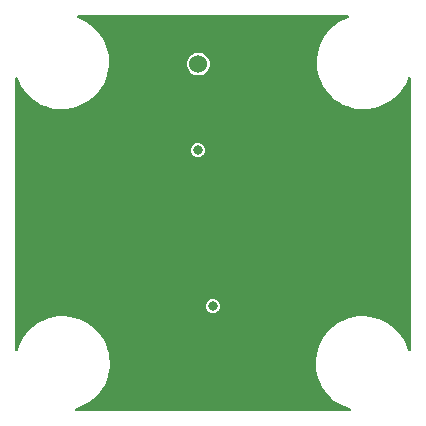
<source format=gbr>
%TF.GenerationSoftware,KiCad,Pcbnew,7.0.7*%
%TF.CreationDate,2023-11-07T19:32:12-06:00*%
%TF.ProjectId,TIAs,54494173-2e6b-4696-9361-645f70636258,rev?*%
%TF.SameCoordinates,Original*%
%TF.FileFunction,Copper,L2,Bot*%
%TF.FilePolarity,Positive*%
%FSLAX46Y46*%
G04 Gerber Fmt 4.6, Leading zero omitted, Abs format (unit mm)*
G04 Created by KiCad (PCBNEW 7.0.7) date 2023-11-07 19:32:12*
%MOMM*%
%LPD*%
G01*
G04 APERTURE LIST*
%TA.AperFunction,ComponentPad*%
%ADD10C,1.524000*%
%TD*%
%TA.AperFunction,SMDPad,CuDef*%
%ADD11R,5.080000X2.413000*%
%TD*%
%TA.AperFunction,ComponentPad*%
%ADD12C,0.800000*%
%TD*%
%TA.AperFunction,ViaPad*%
%ADD13C,0.800000*%
%TD*%
G04 APERTURE END LIST*
D10*
%TO.P,Conn1,1*%
%TO.N,+3V3*%
X89573100Y-66624200D03*
%TO.P,Conn1,2*%
%TO.N,GND*%
X92113100Y-66624200D03*
%TD*%
D11*
%TO.P,Conn3,2,Sleve*%
%TO.N,GND*%
X104749600Y-84988400D03*
X104749600Y-73812400D03*
%TD*%
%TO.P,Conn2,2,Sleve*%
%TO.N,GND*%
X76758800Y-73761600D03*
X76758800Y-84937600D03*
%TD*%
D12*
%TO.P,D2,1,K*%
%TO.N,Net-(D2-K)*%
X89535000Y-73914000D03*
%TO.P,D2,2,A*%
%TO.N,GND*%
X92075000Y-73914000D03*
%TD*%
%TO.P,D1,1,K*%
%TO.N,Net-(D1-K)*%
X90805000Y-87132000D03*
%TO.P,D1,2,C*%
%TO.N,GND*%
X93355000Y-84582000D03*
%TO.P,D1,3,A*%
X90805000Y-82032000D03*
%TD*%
D13*
%TO.N,GND*%
X99517200Y-86614000D03*
X82143600Y-86258400D03*
%TD*%
%TA.AperFunction,Conductor*%
%TO.N,GND*%
G36*
X102270825Y-62504185D02*
G01*
X102316580Y-62556989D01*
X102326524Y-62626147D01*
X102297499Y-62689703D01*
X102246196Y-62725022D01*
X102041969Y-62799354D01*
X101684611Y-62971449D01*
X101346173Y-63178264D01*
X101346162Y-63178272D01*
X101029995Y-63417760D01*
X101029992Y-63417762D01*
X100739233Y-63687548D01*
X100476785Y-63984939D01*
X100245259Y-64306973D01*
X100245246Y-64306993D01*
X100046936Y-64650476D01*
X99883802Y-65012017D01*
X99757479Y-65387999D01*
X99669219Y-65774691D01*
X99619898Y-66168261D01*
X99610010Y-66564753D01*
X99610010Y-66564767D01*
X99639650Y-66960291D01*
X99639651Y-66960304D01*
X99708528Y-67350919D01*
X99815950Y-67732717D01*
X99815954Y-67732731D01*
X99960855Y-68101933D01*
X99960860Y-68101945D01*
X100141806Y-68454894D01*
X100141811Y-68454903D01*
X100357006Y-68788089D01*
X100483111Y-68946220D01*
X100604315Y-69098205D01*
X100881243Y-69382124D01*
X100881253Y-69382134D01*
X101185096Y-69637088D01*
X101512814Y-69860522D01*
X101861150Y-70050216D01*
X102226643Y-70204284D01*
X102226652Y-70204286D01*
X102226658Y-70204289D01*
X102605655Y-70321194D01*
X102605668Y-70321197D01*
X102994419Y-70399785D01*
X102994434Y-70399788D01*
X103332720Y-70433638D01*
X103389100Y-70439280D01*
X103389101Y-70439280D01*
X103686523Y-70439280D01*
X103884550Y-70429396D01*
X103983565Y-70424455D01*
X104375773Y-70365339D01*
X104760146Y-70267466D01*
X105132865Y-70131808D01*
X105490223Y-69959713D01*
X105828671Y-69752892D01*
X106144844Y-69513400D01*
X106435601Y-69243617D01*
X106698051Y-68946225D01*
X106929586Y-68624180D01*
X107127905Y-68280681D01*
X107291037Y-67919143D01*
X107326957Y-67812231D01*
X107366967Y-67754953D01*
X107431594Y-67728397D01*
X107500318Y-67740998D01*
X107551320Y-67788753D01*
X107568500Y-67851724D01*
X107568500Y-90820243D01*
X107548815Y-90887282D01*
X107496011Y-90933037D01*
X107426853Y-90942981D01*
X107363297Y-90913956D01*
X107325523Y-90855178D01*
X107325135Y-90853827D01*
X107276469Y-90680862D01*
X107276465Y-90680848D01*
X107131564Y-90311646D01*
X107131559Y-90311634D01*
X106950613Y-89958685D01*
X106950609Y-89958677D01*
X106735414Y-89625491D01*
X106488114Y-89315386D01*
X106488111Y-89315383D01*
X106488104Y-89315374D01*
X106211176Y-89031455D01*
X106211173Y-89031452D01*
X106211172Y-89031451D01*
X106211167Y-89031446D01*
X105907324Y-88776492D01*
X105834613Y-88726918D01*
X105579605Y-88553057D01*
X105463494Y-88489826D01*
X105231270Y-88363364D01*
X105231262Y-88363360D01*
X105231259Y-88363359D01*
X104865777Y-88209296D01*
X104865761Y-88209290D01*
X104486764Y-88092385D01*
X104486751Y-88092382D01*
X104098000Y-88013794D01*
X104097979Y-88013791D01*
X103703320Y-87974300D01*
X103703319Y-87974300D01*
X103405899Y-87974300D01*
X103405897Y-87974300D01*
X103108855Y-87989124D01*
X102716647Y-88048241D01*
X102332272Y-88146114D01*
X101959549Y-88281774D01*
X101602191Y-88453869D01*
X101263753Y-88660684D01*
X101263742Y-88660692D01*
X100947575Y-88900180D01*
X100947572Y-88900182D01*
X100656813Y-89169968D01*
X100394365Y-89467359D01*
X100162839Y-89789393D01*
X100162826Y-89789413D01*
X99964516Y-90132896D01*
X99801382Y-90494437D01*
X99675059Y-90870419D01*
X99586799Y-91257111D01*
X99537478Y-91650681D01*
X99527590Y-92047173D01*
X99527590Y-92047187D01*
X99557230Y-92442711D01*
X99557231Y-92442724D01*
X99626108Y-92833339D01*
X99733530Y-93215137D01*
X99733534Y-93215151D01*
X99878435Y-93584353D01*
X99878440Y-93584365D01*
X100059386Y-93937314D01*
X100059391Y-93937323D01*
X100274586Y-94270509D01*
X100521886Y-94580614D01*
X100521895Y-94580625D01*
X100798823Y-94864544D01*
X100798833Y-94864554D01*
X101102676Y-95119508D01*
X101430394Y-95342942D01*
X101778730Y-95532636D01*
X102144223Y-95686704D01*
X102144232Y-95686706D01*
X102144238Y-95686709D01*
X102411048Y-95769009D01*
X102469307Y-95807579D01*
X102497464Y-95871524D01*
X102486581Y-95940541D01*
X102440113Y-95992717D01*
X102374498Y-96011500D01*
X79239801Y-96011500D01*
X79172762Y-95991815D01*
X79127007Y-95939011D01*
X79117063Y-95869853D01*
X79146088Y-95806297D01*
X79204866Y-95768523D01*
X79209203Y-95767334D01*
X79277726Y-95749886D01*
X79650445Y-95614228D01*
X80007803Y-95442133D01*
X80346251Y-95235312D01*
X80662424Y-94995820D01*
X80953181Y-94726037D01*
X81215631Y-94428645D01*
X81447166Y-94106600D01*
X81645485Y-93763101D01*
X81808617Y-93401563D01*
X81934941Y-93025578D01*
X82023201Y-92638885D01*
X82072521Y-92245325D01*
X82077462Y-92047173D01*
X82082409Y-91848826D01*
X82082409Y-91848810D01*
X82082409Y-91848809D01*
X82052769Y-91453280D01*
X81983893Y-91062668D01*
X81947420Y-90933037D01*
X81876469Y-90680862D01*
X81876465Y-90680848D01*
X81731564Y-90311646D01*
X81731559Y-90311634D01*
X81550613Y-89958685D01*
X81550609Y-89958677D01*
X81335414Y-89625491D01*
X81088114Y-89315386D01*
X81088111Y-89315383D01*
X81088104Y-89315374D01*
X80811176Y-89031455D01*
X80811173Y-89031452D01*
X80811172Y-89031451D01*
X80811167Y-89031446D01*
X80507324Y-88776492D01*
X80434613Y-88726918D01*
X80179605Y-88553057D01*
X80063493Y-88489826D01*
X79831270Y-88363364D01*
X79831262Y-88363360D01*
X79831259Y-88363359D01*
X79465777Y-88209296D01*
X79465761Y-88209290D01*
X79086764Y-88092385D01*
X79086751Y-88092382D01*
X78698000Y-88013794D01*
X78697979Y-88013791D01*
X78303320Y-87974300D01*
X78303319Y-87974300D01*
X78005899Y-87974300D01*
X78005897Y-87974300D01*
X77708855Y-87989124D01*
X77316647Y-88048241D01*
X76932272Y-88146114D01*
X76559549Y-88281774D01*
X76202191Y-88453869D01*
X75863753Y-88660684D01*
X75863742Y-88660692D01*
X75547575Y-88900180D01*
X75547572Y-88900182D01*
X75256813Y-89169968D01*
X74994365Y-89467359D01*
X74762839Y-89789393D01*
X74762826Y-89789413D01*
X74564516Y-90132896D01*
X74401382Y-90494437D01*
X74283043Y-90846658D01*
X74243032Y-90903938D01*
X74178406Y-90930493D01*
X74109682Y-90917892D01*
X74058679Y-90870137D01*
X74041500Y-90807166D01*
X74041500Y-87132001D01*
X90199318Y-87132001D01*
X90219955Y-87288760D01*
X90219956Y-87288762D01*
X90280464Y-87434841D01*
X90376718Y-87560282D01*
X90502159Y-87656536D01*
X90648238Y-87717044D01*
X90726618Y-87727363D01*
X90804999Y-87737682D01*
X90805000Y-87737682D01*
X90805001Y-87737682D01*
X90857253Y-87730802D01*
X90961762Y-87717044D01*
X91107841Y-87656536D01*
X91233282Y-87560282D01*
X91329536Y-87434841D01*
X91390044Y-87288762D01*
X91410682Y-87132000D01*
X91390044Y-86975238D01*
X91329536Y-86829159D01*
X91233282Y-86703718D01*
X91107841Y-86607464D01*
X90961762Y-86546956D01*
X90961760Y-86546955D01*
X90805001Y-86526318D01*
X90804999Y-86526318D01*
X90648239Y-86546955D01*
X90648237Y-86546956D01*
X90502160Y-86607463D01*
X90376718Y-86703718D01*
X90280463Y-86829160D01*
X90219956Y-86975237D01*
X90219955Y-86975239D01*
X90199318Y-87131998D01*
X90199318Y-87132001D01*
X74041500Y-87132001D01*
X74041500Y-73914001D01*
X88929318Y-73914001D01*
X88949955Y-74070760D01*
X88949956Y-74070762D01*
X89010464Y-74216841D01*
X89106718Y-74342282D01*
X89232159Y-74438536D01*
X89378238Y-74499044D01*
X89456618Y-74509363D01*
X89534999Y-74519682D01*
X89535000Y-74519682D01*
X89535001Y-74519682D01*
X89587254Y-74512802D01*
X89691762Y-74499044D01*
X89837841Y-74438536D01*
X89963282Y-74342282D01*
X90059536Y-74216841D01*
X90120044Y-74070762D01*
X90140682Y-73914000D01*
X90120044Y-73757238D01*
X90059536Y-73611159D01*
X89963282Y-73485718D01*
X89837841Y-73389464D01*
X89691762Y-73328956D01*
X89691760Y-73328955D01*
X89535001Y-73308318D01*
X89534999Y-73308318D01*
X89378239Y-73328955D01*
X89378237Y-73328956D01*
X89232160Y-73389463D01*
X89106718Y-73485718D01*
X89010463Y-73611160D01*
X88949956Y-73757237D01*
X88949955Y-73757239D01*
X88929318Y-73913998D01*
X88929318Y-73914001D01*
X74041500Y-73914001D01*
X74041500Y-67853996D01*
X74061185Y-67786957D01*
X74113989Y-67741202D01*
X74183147Y-67731258D01*
X74246703Y-67760283D01*
X74280928Y-67808694D01*
X74396015Y-68101933D01*
X74396020Y-68101945D01*
X74576966Y-68454894D01*
X74576971Y-68454903D01*
X74792166Y-68788089D01*
X74918271Y-68946220D01*
X75039475Y-69098205D01*
X75316403Y-69382124D01*
X75316413Y-69382134D01*
X75620256Y-69637088D01*
X75947974Y-69860522D01*
X76296310Y-70050216D01*
X76661803Y-70204284D01*
X76661812Y-70204286D01*
X76661818Y-70204289D01*
X77040815Y-70321194D01*
X77040828Y-70321197D01*
X77429579Y-70399785D01*
X77429594Y-70399788D01*
X77767879Y-70433638D01*
X77824260Y-70439280D01*
X77824261Y-70439280D01*
X78121683Y-70439280D01*
X78319710Y-70429396D01*
X78418725Y-70424455D01*
X78810933Y-70365339D01*
X79195306Y-70267466D01*
X79568025Y-70131808D01*
X79925383Y-69959713D01*
X80263831Y-69752892D01*
X80580004Y-69513400D01*
X80870761Y-69243617D01*
X81133211Y-68946225D01*
X81364746Y-68624180D01*
X81563065Y-68280681D01*
X81726197Y-67919143D01*
X81852521Y-67543158D01*
X81940781Y-67156465D01*
X81990101Y-66762905D01*
X81993560Y-66624199D01*
X88605943Y-66624199D01*
X88624526Y-66812881D01*
X88624527Y-66812883D01*
X88679563Y-66994315D01*
X88679564Y-66994318D01*
X88679565Y-66994319D01*
X88679566Y-66994322D01*
X88768934Y-67161518D01*
X88768938Y-67161525D01*
X88889216Y-67308083D01*
X89035774Y-67428361D01*
X89035781Y-67428365D01*
X89202977Y-67517733D01*
X89202978Y-67517733D01*
X89202985Y-67517737D01*
X89384417Y-67572773D01*
X89384416Y-67572773D01*
X89402999Y-67574603D01*
X89573100Y-67591357D01*
X89761783Y-67572773D01*
X89943215Y-67517737D01*
X90110424Y-67428362D01*
X90256983Y-67308083D01*
X90377262Y-67161524D01*
X90466637Y-66994315D01*
X90521673Y-66812883D01*
X90540257Y-66624200D01*
X90521673Y-66435517D01*
X90466637Y-66254085D01*
X90377262Y-66086876D01*
X90377261Y-66086874D01*
X90256983Y-65940316D01*
X90110425Y-65820038D01*
X90110418Y-65820034D01*
X89943222Y-65730666D01*
X89943219Y-65730665D01*
X89943218Y-65730664D01*
X89943215Y-65730663D01*
X89761783Y-65675627D01*
X89761781Y-65675626D01*
X89761783Y-65675626D01*
X89590016Y-65658709D01*
X89573100Y-65657043D01*
X89573099Y-65657043D01*
X89384418Y-65675626D01*
X89277294Y-65708121D01*
X89202985Y-65730663D01*
X89202982Y-65730664D01*
X89202980Y-65730665D01*
X89202977Y-65730666D01*
X89035781Y-65820034D01*
X89035774Y-65820038D01*
X88889216Y-65940316D01*
X88768938Y-66086874D01*
X88768934Y-66086881D01*
X88679566Y-66254077D01*
X88679565Y-66254080D01*
X88624526Y-66435518D01*
X88605943Y-66624199D01*
X81993560Y-66624199D01*
X81998265Y-66435517D01*
X81999989Y-66366406D01*
X81999989Y-66366390D01*
X81991573Y-66254080D01*
X81970349Y-65970860D01*
X81901473Y-65580248D01*
X81794047Y-65198434D01*
X81649139Y-64829214D01*
X81468189Y-64476257D01*
X81252994Y-64143071D01*
X81005694Y-63832966D01*
X81005691Y-63832963D01*
X81005684Y-63832954D01*
X80728756Y-63549035D01*
X80728753Y-63549032D01*
X80728752Y-63549031D01*
X80728747Y-63549026D01*
X80424904Y-63294072D01*
X80352193Y-63244498D01*
X80097185Y-63070637D01*
X79981074Y-63007406D01*
X79748850Y-62880944D01*
X79748842Y-62880940D01*
X79748839Y-62880939D01*
X79383357Y-62726876D01*
X79380434Y-62725812D01*
X79380729Y-62725001D01*
X79325476Y-62688425D01*
X79297315Y-62624482D01*
X79308195Y-62555465D01*
X79354661Y-62503286D01*
X79420281Y-62484500D01*
X102203786Y-62484500D01*
X102270825Y-62504185D01*
G37*
%TD.AperFunction*%
%TD*%
M02*

</source>
